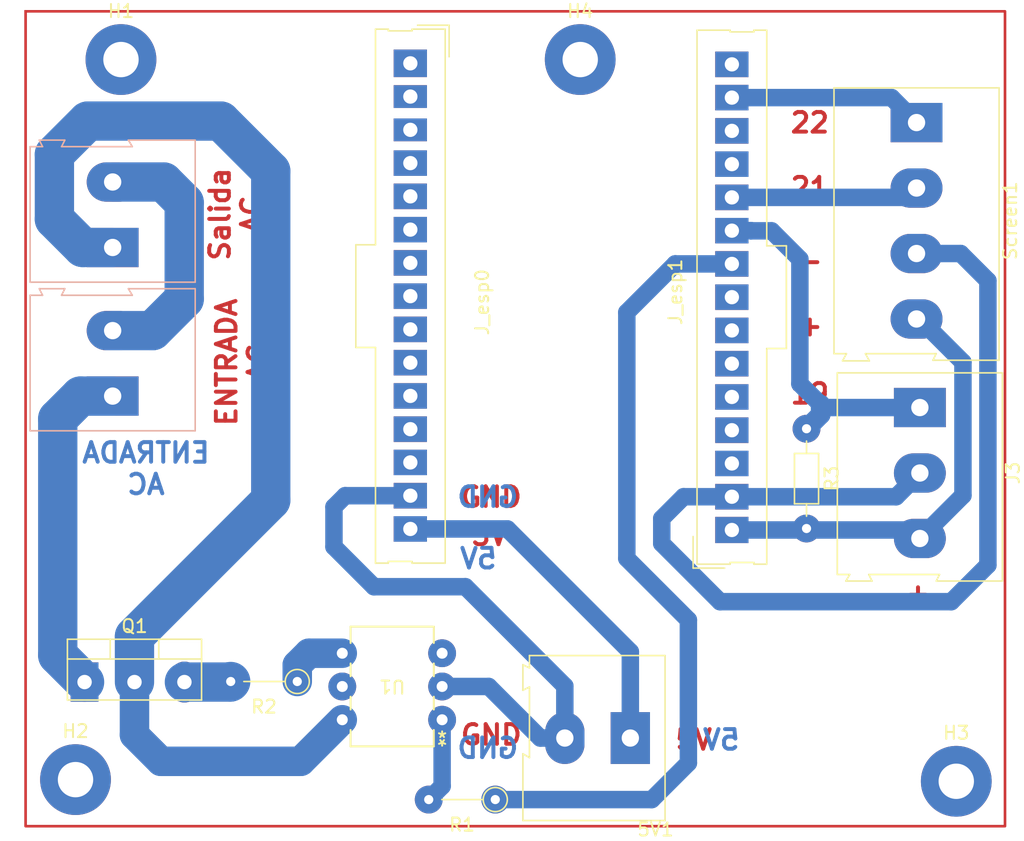
<source format=kicad_pcb>
(kicad_pcb (version 20221018) (generator pcbnew)
  (layers (0 "F.Cu" signal) (31 "B.Cu" signal) (34 "B.Paste" user) (35 "F.Paste" user) (36 "B.SilkS" user "B.Silkscreen") (37 "F.SilkS" user "F.Silkscreen") (38 "B.Mask" user) (39 "F.Mask" user) (44 "Edge.Cuts" user))
  (net 0 "")
  (net 1 "5v")
  (net 2 "GND5V")
  (net 3 "Net-(Q1-G)")
  (net 4 "D22")
  (net 5 "EN")
  (net 6 "VP")
  (net 7 "VN")
  (net 8 "D34")
  (net 9 "D35")
  (net 10 "D32")
  (net 11 "D33")
  (net 12 "D25")
  (net 13 "D26")
  (net 14 "D27")
  (net 15 "D14")
  (net 16 "D12")
  (net 17 "D13")
  (net 18 "3V3")
  (net 19 "GND2")
  (net 20 "D15")
  (net 21 "D2")
  (net 22 "D4")
  (net 23 "RX2")
  (net 24 "TX2")
  (net 25 "D5")
  (net 26 "D18")
  (net 27 "D19")
  (net 28 "D21")
  (net 29 "RX0")
  (net 30 "TX0")
  (net 31 "D23")
  (net 32 "Net-(R1-Pad2)")
  (net 33 "Net-(R2-Pad1)")
  (net 36 "AC1_IN")
  (net 37 "AC2_IN")
  (net 38 "Net-(J_AC_LOAD1-Pin_1)")
  (footprint "TerminalBlock:TerminalBlock_Altech_AK300-4_P5.00mm" (layer "F.Cu") (at 219.979 57.39 -90)
    (fp_text reference "Screen1" (at 7.5 -7.15 90) (layer "F.SilkS"))
    (fp_text value "Screw_Terminal_01x04")
    (fp_line (start -2.65 -6.3) (end 18.15 -6.3) (stroke (width 0.12)) (layer "F.SilkS"))
    (fp_line (start -2.65 6.3) (end -2.65 -6.3) (stroke (width 0.12)) (layer "F.SilkS"))
    (fp_line (start 17.65 -1.5) (end 17.65 3.9) (stroke (width 0.12)) (layer "F.SilkS"))
    (fp_line (start 17.65 3.9) (end 18.2 3.6) (stroke (width 0.12)) (layer "F.SilkS"))
    (fp_line (start 17.65 5.35) (end 17.65 6.3) (stroke (width 0.12)) (layer "F.SilkS"))
    (fp_line (start 17.65 6.3) (end -2.65 6.3) (stroke (width 0.12)) (layer "F.SilkS"))
    (fp_line (start 18.15 -6.3) (end 18.15 -1.25) (stroke (width 0.12)) (layer "F.SilkS"))
    (fp_line (start 18.15 -1.25) (end 17.65 -1.5) (stroke (width 0.12)) (layer "F.SilkS"))
    (fp_line (start 18.2 3.6) (end 18.2 5.65) (stroke (width 0.12)) (layer "F.SilkS"))
    (fp_line (start 18.2 5.65) (end 17.65 5.35) (stroke (width 0.12)) (layer "F.SilkS"))
    (pad "1" thru_hole rect (at 0 0 270) (size 3 3.96) (drill 1.32) (layers "*.Cu" "*.Mask") (net 4 "D22"))
    (pad "2" thru_hole oval (at 5 0 270) (size 3 3.96) (drill 1.32) (layers "*.Cu" "*.Mask") (net 28 "D21"))
    (pad "3" thru_hole oval (at 10 0 270) (size 3 3.96) (drill 1.32) (layers "*.Cu" "*.Mask") (net 19 "GND2"))
    (pad "4" thru_hole oval (at 15 0 270) (size 3 3.96) (drill 1.32) (layers "*.Cu" "*.Mask") (net 18 "3V3"))
  )
  (footprint "Resistor_THT:R_Axial_DIN0204_L3.6mm_D1.6mm_P7.62mm_Horizontal" (layer "F.Cu") (at 211.582 80.772 -90)
    (fp_text reference "R3" (at 3.81 -1.92 90) (layer "F.SilkS"))
    (fp_text value "4.7k_0603")
    (fp_line (start 0.94 0) (end 1.89 0) (stroke (width 0.12)) (layer "F.SilkS"))
    (fp_line (start 1.89 -0.92) (end 1.89 0.92) (stroke (width 0.12)) (layer "F.SilkS"))
    (fp_line (start 1.89 0.92) (end 5.73 0.92) (stroke (width 0.12)) (layer "F.SilkS"))
    (fp_line (start 5.73 -0.92) (end 1.89 -0.92) (stroke (width 0.12)) (layer "F.SilkS"))
    (fp_line (start 5.73 0.92) (end 5.73 -0.92) (stroke (width 0.12)) (layer "F.SilkS"))
    (fp_line (start 6.68 0) (end 5.73 0) (stroke (width 0.12)) (layer "F.SilkS"))
    (pad "1" thru_hole circle (at 0 0 270) (size 2.125 2.125) (drill 0.7) (layers "*.Cu" "*.Mask") (net 27 "D19"))
    (pad "2" thru_hole oval (at 7.62 0 270) (size 2.125 2.125) (drill 0.7) (layers "*.Cu" "*.Mask") (net 18 "3V3"))
  )
  (footprint "TerminalBlock:TerminalBlock_Altech_AK300-3_P5.00mm" (layer "F.Cu") (at 220.233 79.154 -90)
    (fp_text reference "J3" (at 5 -7.1 90) (layer "F.SilkS"))
    (fp_text value "Screw_Terminal_01x03")
    (fp_line (start -2.65 -6.3) (end -2.65 6.3) (stroke (width 0.12)) (layer "F.SilkS"))
    (fp_line (start -2.65 6.3) (end 12.75 6.3) (stroke (width 0.12)) (layer "F.SilkS"))
    (fp_line (start 12.75 -1.5) (end 13.25 -1.25) (stroke (width 0.12)) (layer "F.SilkS"))
    (fp_line (start 12.75 3.9) (end 12.75 -1.5) (stroke (width 0.12)) (layer "F.SilkS"))
    (fp_line (start 12.75 5.35) (end 13.25 5.65) (stroke (width 0.12)) (layer "F.SilkS"))
    (fp_line (start 12.75 6.3) (end 12.75 5.35) (stroke (width 0.12)) (layer "F.SilkS"))
    (fp_line (start 13.25 -6.3) (end -2.65 -6.3) (stroke (width 0.12)) (layer "F.SilkS"))
    (fp_line (start 13.25 -1.25) (end 13.25 -6.3) (stroke (width 0.12)) (layer "F.SilkS"))
    (fp_line (start 13.25 3.65) (end 12.75 3.9) (stroke (width 0.12)) (layer "F.SilkS"))
    (fp_line (start 13.25 5.65) (end 13.25 3.65) (stroke (width 0.12)) (layer "F.SilkS"))
    (pad "1" thru_hole rect (at 0 0 270) (size 3 3.96) (drill 1.32) (layers "*.Cu" "*.Mask") (net 27 "D19"))
    (pad "2" thru_hole oval (at 5 0 270) (size 3 3.96) (drill 1.32) (layers "*.Cu" "*.Mask") (net 19 "GND2"))
    (pad "3" thru_hole oval (at 10 0 270) (size 3 3.96) (drill 1.32) (layers "*.Cu" "*.Mask") (net 18 "3V3"))
  )
  (footprint "MountingHole:MountingHole_2.7mm_M2.5_Pad" (layer "F.Cu") (at 159.258 52.578)
    (fp_text reference "H1" (at 0 -3.7) (layer "F.SilkS"))
    (fp_text value "MountingHole")
    (pad "1" thru_hole circle (at 0 0) (size 5.4 5.4) (drill 2.7) (layers "*.Cu" "*.Mask"))
  )
  (footprint "MountingHole:MountingHole_2.7mm_M2.5_Pad" (layer "F.Cu") (at 223.012 107.696)
    (fp_text reference "H3" (at 0 -3.7) (layer "F.SilkS"))
    (fp_text value "MountingHole")
    (pad "1" thru_hole circle (at 0 0) (size 5.4 5.4) (drill 2.7) (layers "*.Cu" "*.Mask"))
  )
  (footprint "esp32:Connector_Molex_Molex_SL_171971-0015_1x15_P2.54mm_Vertical_squares" (layer "F.Cu") (at 189.49404 71.1058 -90)
    (fp_text reference "J_esp0" (at 0 2.6675 90 unlocked) (layer "F.SilkS"))
    (fp_text value "Conn_01x15_Female")
    (fp_line (start -21.15 5.19) (end -18.74 5.19) (stroke (width 0.12)) (layer "F.SilkS"))
    (fp_line (start -21.15 7.6) (end -21.15 5.19) (stroke (width 0.12)) (layer "F.SilkS"))
    (fp_line (start -20.85 5.49) (end -20.85 8.02) (stroke (width 0.12)) (layer "F.SilkS"))
    (fp_line (start -20.85 8.02) (end -20.72 8.02) (stroke (width 0.12)) (layer "F.SilkS"))
    (fp_line (start -20.85 9.83) (end -20.85 10.81) (stroke (width 0.12)) (layer "F.SilkS"))
    (fp_line (start -20.85 10.81) (end -4.38 10.81) (stroke (width 0.12)) (layer "F.SilkS"))
    (fp_line (start -20.72 8.02) (end -20.72 9.83) (stroke (width 0.12)) (layer "F.SilkS"))
    (fp_line (start -20.72 9.83) (end -20.85 9.83) (stroke (width 0.12)) (layer "F.SilkS"))
    (fp_line (start -4.38 10.81) (end -4.38 12.31) (stroke (width 0.12)) (layer "F.SilkS"))
    (fp_line (start -4.38 12.31) (end 3.46 12.31) (stroke (width 0.12)) (layer "F.SilkS"))
    (fp_line (start 3.46 10.81) (end 19.93 10.81) (stroke (width 0.12)) (layer "F.SilkS"))
    (fp_line (start 3.46 12.31) (end 3.46 10.81) (stroke (width 0.12)) (layer "F.SilkS"))
    (fp_line (start 19.8 8.02) (end 19.93 8.02) (stroke (width 0.12)) (layer "F.SilkS"))
    (fp_line (start 19.8 9.83) (end 19.8 8.02) (stroke (width 0.12)) (layer "F.SilkS"))
    (fp_line (start 19.93 5.49) (end -20.85 5.49) (stroke (width 0.12)) (layer "F.SilkS"))
    (fp_line (start 19.93 8.02) (end 19.93 5.49) (stroke (width 0.12)) (layer "F.SilkS"))
    (fp_line (start 19.93 9.83) (end 19.8 9.83) (stroke (width 0.12)) (layer "F.SilkS"))
    (fp_line (start 19.93 10.81) (end 19.93 9.83) (stroke (width 0.12)) (layer "F.SilkS"))
    (pad "1" thru_hole rect (at -18.24 8.15 270) (size 2.1 2.54) (drill 1.09) (layers "*.Cu" "*.Mask") (net 5 "EN"))
    (pad "2" thru_hole rect (at -15.7 8.15 270) (size 1.74 2.54) (drill 1.09) (layers "*.Cu" "*.Mask") (net 6 "VP"))
    (pad "3" thru_hole rect (at -13.16 8.15 270) (size 1.74 2.54) (drill 1.09) (layers "*.Cu" "*.Mask") (net 7 "VN"))
    (pad "4" thru_hole rect (at -10.62 8.15 270) (size 1.95 2.54) (drill 1.09) (layers "*.Cu" "*.Mask") (net 8 "D34"))
    (pad "5" thru_hole rect (at -8.08 8.15 270) (size 1.95 2.54) (drill 1.09) (layers "*.Cu" "*.Mask") (net 9 "D35"))
    (pad "6" thru_hole rect (at -5.54 8.15 270) (size 1.95 2.54) (drill 1.09) (layers "*.Cu" "*.Mask") (net 10 "D32"))
    (pad "7" thru_hole rect (at -3 8.15 270) (size 1.95 2.54) (drill 1.09) (layers "*.Cu" "*.Mask") (net 11 "D33"))
    (pad "8" thru_hole rect (at -0.46 8.15 270) (size 1.95 2.54) (drill 1.09) (layers "*.Cu" "*.Mask") (net 12 "D25"))
    (pad "9" thru_hole rect (at 2.08 8.15 270) (size 1.95 2.54) (drill 1.09) (layers "*.Cu" "*.Mask") (net 13 "D26"))
    (pad "10" thru_hole rect (at 4.62 8.15 270) (size 1.95 2.54) (drill 1.09) (layers "*.Cu" "*.Mask") (net 14 "D27"))
    (pad "11" thru_hole rect (at 7.16 8.15 270) (size 1.95 2.54) (drill 1.09) (layers "*.Cu" "*.Mask") (net 15 "D14"))
    (pad "12" thru_hole rect (at 9.7 8.15 270) (size 1.95 2.54) (drill 1.09) (layers "*.Cu" "*.Mask") (net 16 "D12"))
    (pad "13" thru_hole rect (at 12.24 8.15 270) (size 1.95 2.54) (drill 1.09) (layers "*.Cu" "*.Mask") (net 17 "D13"))
    (pad "14" thru_hole rect (at 14.78 8.15 270) (size 1.95 2.54) (drill 1.09) (layers "*.Cu" "*.Mask") (net 2 "GND5V"))
    (pad "15" thru_hole rect (at 17.32 8.15 270) (size 1.95 2.54) (drill 1.09) (layers "*.Cu" "*.Mask") (net 1 "5v"))
  )
  (footprint "esp32:Connector_Molex_Molex_SL_171971-0015_1x15_P2.54mm_Vertical_squares" (layer "F.Cu") (at 197.73454 70.2648 90)
    (fp_text reference "J_esp1" (at -0.06 3.8375 90 unlocked) (layer "F.SilkS"))
    (fp_text value "Conn_01x15_Female")
    (fp_line (start -21.15 5.19) (end -18.74 5.19) (stroke (width 0.12)) (layer "F.SilkS"))
    (fp_line (start -21.15 7.6) (end -21.15 5.19) (stroke (width 0.12)) (layer "F.SilkS"))
    (fp_line (start -20.85 5.49) (end -20.85 8.02) (stroke (width 0.12)) (layer "F.SilkS"))
    (fp_line (start -20.85 8.02) (end -20.72 8.02) (stroke (width 0.12)) (layer "F.SilkS"))
    (fp_line (start -20.85 9.83) (end -20.85 10.81) (stroke (width 0.12)) (layer "F.SilkS"))
    (fp_line (start -20.85 10.81) (end -4.38 10.81) (stroke (width 0.12)) (layer "F.SilkS"))
    (fp_line (start -20.72 8.02) (end -20.72 9.83) (stroke (width 0.12)) (layer "F.SilkS"))
    (fp_line (start -20.72 9.83) (end -20.85 9.83) (stroke (width 0.12)) (layer "F.SilkS"))
    (fp_line (start -4.38 10.81) (end -4.38 12.31) (stroke (width 0.12)) (layer "F.SilkS"))
    (fp_line (start -4.38 12.31) (end 3.46 12.31) (stroke (width 0.12)) (layer "F.SilkS"))
    (fp_line (start 3.46 10.81) (end 19.93 10.81) (stroke (width 0.12)) (layer "F.SilkS"))
    (fp_line (start 3.46 12.31) (end 3.46 10.81) (stroke (width 0.12)) (layer "F.SilkS"))
    (fp_line (start 19.8 8.02) (end 19.93 8.02) (stroke (width 0.12)) (layer "F.SilkS"))
    (fp_line (start 19.8 9.83) (end 19.8 8.02) (stroke (width 0.12)) (layer "F.SilkS"))
    (fp_line (start 19.93 5.49) (end -20.85 5.49) (stroke (width 0.12)) (layer "F.SilkS"))
    (fp_line (start 19.93 8.02) (end 19.93 5.49) (stroke (width 0.12)) (layer "F.SilkS"))
    (fp_line (start 19.93 9.83) (end 19.8 9.83) (stroke (width 0.12)) (layer "F.SilkS"))
    (fp_line (start 19.93 10.81) (end 19.93 9.83) (stroke (width 0.12)) (layer "F.SilkS"))
    (pad "1" thru_hole rect (at -18.24 8.15 90) (size 2 2.54) (drill 1.09) (layers "*.Cu" "*.Mask") (net 18 "3V3"))
    (pad "2" thru_hole rect (at -15.7 8.15 90) (size 1.95 2.54) (drill 1.09) (layers "*.Cu" "*.Mask") (net 19 "GND2"))
    (pad "3" thru_hole rect (at -13.16 8.15 90) (size 1.95 2.54) (drill 1.09) (layers "*.Cu" "*.Mask") (net 20 "D15"))
    (pad "4" thru_hole rect (at -10.62 8.15 90) (size 1.95 2.54) (drill 1.09) (layers "*.Cu" "*.Mask") (net 21 "D2"))
    (pad "5" thru_hole rect (at -8.08 8.15 90) (size 1.95 2.54) (drill 1.09) (layers "*.Cu" "*.Mask") (net 22 "D4"))
    (pad "6" thru_hole rect (at -5.54 8.15 90) (size 1.95 2.54) (drill 1.09) (layers "*.Cu" "*.Mask") (net 23 "RX2"))
    (pad "7" thru_hole rect (at -3 8.15 90) (size 1.95 2.54) (drill 1.09) (layers "*.Cu" "*.Mask") (net 24 "TX2"))
    (pad "8" thru_hole rect (at -0.46 8.15 90) (size 1.95 2.54) (drill 1.09) (layers "*.Cu" "*.Mask") (net 25 "D5"))
    (pad "9" thru_hole rect (at 2.08 8.15 90) (size 1.95 2.54) (drill 1.09) (layers "*.Cu" "*.Mask") (net 26 "D18"))
    (pad "10" thru_hole rect (at 4.62 8.15 90) (size 1.95 2.54) (drill 1.09) (layers "*.Cu" "*.Mask") (net 27 "D19"))
    (pad "11" thru_hole rect (at 7.16 8.15 90) (size 1.95 2.54) (drill 1.09) (layers "*.Cu" "*.Mask") (net 28 "D21"))
    (pad "12" thru_hole rect (at 9.7 8.15 90) (size 1.95 2.54) (drill 1.09) (layers "*.Cu" "*.Mask") (net 29 "RX0"))
    (pad "13" thru_hole rect (at 12.24 8.15 90) (size 1.95 2.54) (drill 1.09) (layers "*.Cu" "*.Mask") (net 30 "TX0"))
    (pad "14" thru_hole rect (at 14.78 8.15 90) (size 1.95 2.54) (drill 1.09) (layers "*.Cu" "*.Mask") (net 4 "D22"))
    (pad "15" thru_hole rect (at 17.32 8.15 90) (size 1.95 2.54) (drill 1.09) (layers "*.Cu" "*.Mask") (net 31 "D23"))
  )
  (footprint "MountingHole:MountingHole_2.7mm_M2.5_Pad" (layer "F.Cu") (at 155.78824 107.569)
    (fp_text reference "H2" (at 0 -3.7) (layer "F.SilkS"))
    (fp_text value "MountingHole")
    (pad "1" thru_hole circle (at 0 0) (size 5.4 5.4) (drill 2.7) (layers "*.Cu" "*.Mask"))
  )
  (footprint "MountingHole:MountingHole_2.7mm_M2.5_Pad" (layer "F.Cu") (at 194.31 52.578)
    (fp_text reference "H4" (at 0 -3.7) (layer "F.SilkS"))
    (fp_text value "MountingHole")
    (pad "1" thru_hole circle (at 0 0) (size 5.4 5.4) (drill 2.7) (layers "*.Cu" "*.Mask"))
  )
  (footprint "Package_TO_SOT_THT:TO-220-3_Vertical" (layer "F.Cu") (at 157.749 100.11825)
    (fp_text reference "Q1" (at 2.54 -4.27) (layer "F.SilkS"))
    (fp_text value "BT136-500")
    (fp_line (start -2.58 -3.27) (end -2.58 1.371) (stroke (width 0.12)) (layer "F.SilkS"))
    (fp_line (start -2.58 -3.27) (end 7.66 -3.27) (stroke (width 0.12)) (layer "F.SilkS"))
    (fp_line (start -2.58 -1.76) (end 7.66 -1.76) (stroke (width 0.12)) (layer "F.SilkS"))
    (fp_line (start -2.58 1.371) (end 7.66 1.371) (stroke (width 0.12)) (layer "F.SilkS"))
    (fp_line (start 0.69 -3.27) (end 0.69 -1.76) (stroke (width 0.12)) (layer "F.SilkS"))
    (fp_line (start 4.391 -3.27) (end 4.391 -1.76) (stroke (width 0.12)) (layer "F.SilkS"))
    (fp_line (start 7.66 -3.27) (end 7.66 1.371) (stroke (width 0.12)) (layer "F.SilkS"))
    (pad "1" thru_hole rect (at -1.27 0) (size 2.125 3) (drill 1.1) (layers "*.Cu" "*.Mask") (net 36 "AC1_IN"))
    (pad "2" thru_hole oval (at 2.54 0) (size 2.125 3.125) (drill 1.1) (layers "*.Cu" "*.Mask") (net 38 "Net-(J_AC_LOAD1-Pin_1)"))
    (pad "3" thru_hole oval (at 6.35 0) (size 2.125 3.125) (drill 1.1) (layers "*.Cu" "*.Mask") (net 3 "Net-(Q1-G)"))
  )
  (footprint "TerminalBlock:TerminalBlock_Altech_AK300-2_P5.00mm" (layer "F.Cu") (at 198.135 104.394 180)
    (fp_text reference "5V1" (at -1.92 -6.99) (layer "F.SilkS"))
    (fp_text value "Screw_Terminal_01x02")
    (fp_line (start -2.65 -6.3) (end -2.65 6.3) (stroke (width 0.12)) (layer "F.SilkS"))
    (fp_line (start -2.65 6.3) (end 7.7 6.3) (stroke (width 0.12)) (layer "F.SilkS"))
    (fp_line (start 7.7 -1.5) (end 8.2 -1.2) (stroke (width 0.12)) (layer "F.SilkS"))
    (fp_line (start 7.7 3.9) (end 7.7 -1.5) (stroke (width 0.12)) (layer "F.SilkS"))
    (fp_line (start 7.7 5.35) (end 8.2 5.6) (stroke (width 0.12)) (layer "F.SilkS"))
    (fp_line (start 7.7 6.3) (end 7.7 5.35) (stroke (width 0.12)) (layer "F.SilkS"))
    (fp_line (start 8.2 -6.3) (end -2.65 -6.3) (stroke (width 0.12)) (layer "F.SilkS"))
    (fp_line (start 8.2 -1.2) (end 8.2 -6.3) (stroke (width 0.12)) (layer "F.SilkS"))
    (fp_line (start 8.2 3.65) (end 7.7 3.9) (stroke (width 0.12)) (layer "F.SilkS"))
    (fp_line (start 8.2 3.7) (end 8.2 3.65) (stroke (width 0.12)) (layer "F.SilkS"))
    (fp_line (start 8.2 5.6) (end 8.2 3.7) (stroke (width 0.12)) (layer "F.SilkS"))
    (pad "1" thru_hole rect (at 0 0 180) (size 3 3.96) (drill 1.32) (layers "*.Cu" "*.Mask") (net 1 "5v"))
    (pad "2" thru_hole oval (at 5 0 180) (size 3 3.96) (drill 1.32) (layers "*.Cu" "*.Mask") (net 2 "GND5V"))
  )
  (footprint "Resistor_THT:R_Axial_DIN0204_L3.6mm_D1.6mm_P5.08mm_Vertical" (layer "F.Cu") (at 172.71375 100.076 180)
    (fp_text reference "R2" (at 2.54 -1.92) (layer "F.SilkS"))
    (fp_text value "470")
    (fp_line (start 0.92 0) (end 4.08 0) (stroke (width 0.12)) (layer "F.SilkS"))
    (fp_circle (center 0 0) (end 0.92 0) (stroke (width 0.12)) (fill none) (layer "F.SilkS"))
    (pad "1" thru_hole circle (at 0 0 180) (size 2.125 2.125) (drill 0.7) (layers "*.Cu" "*.Mask") (net 33 "Net-(R2-Pad1)"))
    (pad "2" thru_hole oval (at 5.08 0 180) (size 2.125 2.125) (drill 0.7) (layers "*.Cu" "*.Mask") (net 3 "Net-(Q1-G)"))
  )
  (footprint "esp32:PDIP6_6P6X8P89_ONS" (layer "F.Cu") (at 183.769 102.997 180)
    (fp_text reference "U1" (at 3.81 2.54 180 unlocked) (layer "F.SilkS"))
    (fp_text value "MOC3041M")
    (fp_text user "*" (at 0 -1.4351 180 unlocked) (layer "F.SilkS"))
    (fp_text user "*" (at 0 -1.4351) (layer "F.SilkS"))
    (fp_line (start 0.632999 -2.032) (end 0.632999 -0.781682) (stroke (width 0.1524)) (layer "F.SilkS"))
    (fp_line (start 0.632999 0.781682) (end 0.632999 1.758318) (stroke (width 0.1524)) (layer "F.SilkS"))
    (fp_line (start 0.632999 3.321682) (end 0.632999 4.298318) (stroke (width 0.1524)) (layer "F.SilkS"))
    (fp_line (start 0.632999 5.861682) (end 0.632999 7.112) (stroke (width 0.1524)) (layer "F.SilkS"))
    (fp_line (start 0.632999 7.112) (end 6.987001 7.112) (stroke (width 0.1524)) (layer "F.SilkS"))
    (fp_line (start 6.987001 -2.032) (end 0.632999 -2.032) (stroke (width 0.1524)) (layer "F.SilkS"))
    (fp_line (start 6.987001 -0.781682) (end 6.987001 -2.032) (stroke (width 0.1524)) (layer "F.SilkS"))
    (fp_line (start 6.987001 1.758318) (end 6.987001 0.781682) (stroke (width 0.1524)) (layer "F.SilkS"))
    (fp_line (start 6.987001 4.298318) (end 6.987001 3.321682) (stroke (width 0.1524)) (layer "F.SilkS"))
    (fp_line (start 6.987001 7.112) (end 6.987001 5.861682) (stroke (width 0.1524)) (layer "F.SilkS"))
    (pad "1" thru_hole circle (at 0 0 180) (size 2.125 2.125) (drill 0.8382) (layers "*.Cu" "*.Mask") (net 32 "Net-(R1-Pad2)"))
    (pad "2" thru_hole circle (at 0 2.54 180) (size 2.125 2.125) (drill 0.8382) (layers "*.Cu" "*.Mask") (net 2 "GND5V"))
    (pad "3" thru_hole circle (at 0 5.08 180) (size 2.125 2.125) (drill 0.8382) (layers "*.Cu" "*.Mask"))
    (pad "4" thru_hole circle (at 7.62 5.08 180) (size 2.125 2.125) (drill 0.8382) (layers "*.Cu" "*.Mask") (net 33 "Net-(R2-Pad1)"))
    (pad "5" thru_hole circle (at 7.62 2.54 180) (size 2.125 2.125) (drill 0.8382) (layers "*.Cu" "*.Mask"))
    (pad "6" thru_hole circle (at 7.62 0 180) (size 2.125 2.125) (drill 0.8382) (layers "*.Cu" "*.Mask") (net 38 "Net-(J_AC_LOAD1-Pin_1)"))
  )
  (footprint "Resistor_THT:R_Axial_DIN0204_L3.6mm_D1.6mm_P5.08mm_Vertical" (layer "F.Cu") (at 187.82675 109.093 180)
    (fp_text reference "R1" (at 2.54 -1.92) (layer "F.SilkS"))
    (fp_text value "470")
    (fp_line (start 0.92 0) (end 4.08 0) (stroke (width 0.12)) (layer "F.SilkS"))
    (fp_circle (center 0 0) (end 0.92 0) (stroke (width 0.12)) (fill none) (layer "F.SilkS"))
    (pad "1" thru_hole circle (at 0 0 180) (size 2.125 2.125) (drill 0.7) (layers "*.Cu" "*.Mask") (net 26 "D18"))
    (pad "2" thru_hole oval (at 5.08 0 180) (size 2.125 2.125) (drill 0.7) (layers "*.Cu" "*.Mask") (net 32 "Net-(R1-Pad2)"))
  )
  (footprint "TerminalBlock:TerminalBlock_Altech_AK300-2_P5.00mm" (layer "B.Cu") (at 158.623 78.279 90)
    (fp_text reference "J_AC_INPUT1" hide)
    (fp_text value "Screw_Terminal_01x02")
    (fp_line (start -2.65 -6.3) (end 7.7 -6.3) (stroke (width 0.12)) (layer "B.SilkS"))
    (fp_line (start -2.65 6.3) (end -2.65 -6.3) (stroke (width 0.12)) (layer "B.SilkS"))
    (fp_line (start 7.7 -6.3) (end 7.7 -5.35) (stroke (width 0.12)) (layer "B.SilkS"))
    (fp_line (start 7.7 -5.35) (end 8.2 -5.6) (stroke (width 0.12)) (layer "B.SilkS"))
    (fp_line (start 7.7 -3.9) (end 7.7 1.5) (stroke (width 0.12)) (layer "B.SilkS"))
    (fp_line (start 7.7 1.5) (end 8.2 1.2) (stroke (width 0.12)) (layer "B.SilkS"))
    (fp_line (start 8.2 -5.6) (end 8.2 -3.7) (stroke (width 0.12)) (layer "B.SilkS"))
    (fp_line (start 8.2 -3.7) (end 8.2 -3.65) (stroke (width 0.12)) (layer "B.SilkS"))
    (fp_line (start 8.2 -3.65) (end 7.7 -3.9) (stroke (width 0.12)) (layer "B.SilkS"))
    (fp_line (start 8.2 1.2) (end 8.2 6.3) (stroke (width 0.12)) (layer "B.SilkS"))
    (fp_line (start 8.2 6.3) (end -2.65 6.3) (stroke (width 0.12)) (layer "B.SilkS"))
    (pad "1" thru_hole rect (at 0 0 90) (size 3 3.96) (drill 1.32) (layers "*.Cu" "*.Mask") (net 36 "AC1_IN"))
    (pad "2" thru_hole oval (at 5 0 90) (size 3 3.96) (drill 1.32) (layers "*.Cu" "*.Mask") (net 37 "AC2_IN"))
  )
  (footprint "TerminalBlock:TerminalBlock_Altech_AK300-2_P5.00mm" (layer "B.Cu") (at 158.623 66.929 90)
    (fp_text reference "J_AC_LOAD1" hide)
    (fp_text value "Screw_Terminal_01x02")
    (fp_line (start -2.65 -6.3) (end 7.7 -6.3) (stroke (width 0.12)) (layer "B.SilkS"))
    (fp_line (start -2.65 6.3) (end -2.65 -6.3) (stroke (width 0.12)) (layer "B.SilkS"))
    (fp_line (start 7.7 -6.3) (end 7.7 -5.35) (stroke (width 0.12)) (layer "B.SilkS"))
    (fp_line (start 7.7 -5.35) (end 8.2 -5.6) (stroke (width 0.12)) (layer "B.SilkS"))
    (fp_line (start 7.7 -3.9) (end 7.7 1.5) (stroke (width 0.12)) (layer "B.SilkS"))
    (fp_line (start 7.7 1.5) (end 8.2 1.2) (stroke (width 0.12)) (layer "B.SilkS"))
    (fp_line (start 8.2 -5.6) (end 8.2 -3.7) (stroke (width 0.12)) (layer "B.SilkS"))
    (fp_line (start 8.2 -3.7) (end 8.2 -3.65) (stroke (width 0.12)) (layer "B.SilkS"))
    (fp_line (start 8.2 -3.65) (end 7.7 -3.9) (stroke (width 0.12)) (layer "B.SilkS"))
    (fp_line (start 8.2 1.2) (end 8.2 6.3) (stroke (width 0.12)) (layer "B.SilkS"))
    (fp_line (start 8.2 6.3) (end -2.65 6.3) (stroke (width 0.12)) (layer "B.SilkS"))
    (pad "1" thru_hole rect (at 0 0 90) (size 3 3.96) (drill 1.32) (layers "*.Cu" "*.Mask") (net 38 "Net-(J_AC_LOAD1-Pin_1)"))
    (pad "2" thru_hole oval (at 5 0 90) (size 3 3.96) (drill 1.32) (layers "*.Cu" "*.Mask") (net 37 "AC2_IN"))
  )
  (gr_rect (start 151.97824 48.895) (end 226.73044 111.125) (stroke (width 0.2)) (fill none) (layer "F.Cu"))
  (gr_text "5V" (at 185.801 89.789) (layer "F.Cu") (effects (font (size 1.5 1.5) (thickness 0.3) bold) (justify left bottom)))
  (gr_text "+" (at 211.836 72.898) (layer "F.Cu") (effects (font (size 1.5 1.5) (thickness 0.3) bold)))
  (gr_text "22" (at 211.836 57.404) (layer "F.Cu") (effects (font (size 1.5 1.5) (thickness 0.3) bold)))
  (gr_text "GND" (at 185.039 86.868) (layer "F.Cu") (effects (font (size 1.5 1.5) (thickness 0.3) bold) (justify left bottom)))
  (gr_text "+" (at 220.091 93.345) (layer "F.Cu") (effects (font (size 1.5 1.5) (thickness 0.3) bold)))
  (gr_text "5V" (at 201.422 105.41) (layer "F.Cu") (effects (font (size 1.5 1.5) (thickness 0.3) bold) (justify left bottom)))
  (gr_text "ENTRADA\nAC" (at 168.529 75.692 90) (layer "F.Cu") (effects (font (size 1.5 1.5) (thickness 0.3) bold)))
  (gr_text "19" (at 211.836 78.105) (layer "F.Cu") (effects (font (size 1.5 1.5) (thickness 0.3) bold)))
  (gr_text "GND" (at 185.039 105.029) (layer "F.Cu") (effects (font (size 1.5 1.5) (thickness 0.3) bold) (justify left bottom)))
  (gr_text "21" (at 211.836 62.357) (layer "F.Cu") (effects (font (size 1.5 1.5) (thickness 0.3) bold)))
  (gr_text "Salida\nAC" (at 168.021 64.389 90) (layer "F.Cu") (effects (font (size 1.5 1.5) (thickness 0.3) bold)))
  (gr_text "-" (at 211.836 67.945) (layer "F.Cu") (effects (font (size 1.5 1.5) (thickness 0.3) bold)))
  (gr_text "ENTRADA\nAC" (at 161.163 83.82) (layer "B.Cu") (effects (font (size 1.5 1.5) (thickness 0.3) bold) (justify mirror)))
  (gr_text "GND" (at 189.738 106.045) (layer "B.Cu") (effects (font (size 1.5 1.5) (thickness 0.3) bold) (justify left bottom mirror)))
  (gr_text "GND" (at 189.738 86.868) (layer "B.Cu") (effects (font (size 1.5 1.5) (thickness 0.3) bold) (justify left bottom mirror)))
  (gr_text "5V" (at 188.087 91.567) (layer "B.Cu") (effects (font (size 1.5 1.5) (thickness 0.3) bold) (justify left bottom mirror)))
  (gr_text "5V" (at 206.629 105.41) (layer "B.Cu") (effects (font (size 1.5 1.5) (thickness 0.3) bold) (justify left bottom mirror)))
  (segment (start 198.135 97.805) (end 188.7558 88.4258) (width 1.333) (layer "B.Cu") (net 1))
  (segment (start 188.7558 88.4258) (end 181.34404 88.4258) (width 1.333) (layer "B.Cu") (net 1))
  (segment (start 198.135 104.394) (end 198.135 97.805) (width 1.333) (layer "B.Cu") (net 1))
  (segment (start 187.325 100.457) (end 183.769 100.457) (width 1.333) (layer "B.Cu") (net 2))
  (segment (start 178.562 92.837) (end 175.514 89.789) (width 1.333) (layer "B.Cu") (net 2))
  (segment (start 176.3692 85.8858) (end 181.34404 85.8858) (width 1.333) (layer "B.Cu") (net 2))
  (segment (start 175.514 86.741) (end 176.3692 85.8858) (width 1.333) (layer "B.Cu") (net 2))
  (segment (start 191.262 104.394) (end 187.325 100.457) (width 1.333) (layer "B.Cu") (net 2))
  (segment (start 193.135 104.394) (end 191.262 104.394) (width 1.333) (layer "B.Cu") (net 2))
  (segment (start 175.514 89.789) (end 175.514 86.741) (width 1.333) (layer "B.Cu") (net 2))
  (segment (start 193.135 104.394) (end 193.135 100.425) (width 1.333) (layer "B.Cu") (net 2))
  (segment (start 193.135 100.425) (end 185.547 92.837) (width 1.333) (layer "B.Cu") (net 2))
  (segment (start 185.547 92.837) (end 178.562 92.837) (width 1.333) (layer "B.Cu") (net 2))
  (segment (start 167.5915 100.11825) (end 167.63375 100.076) (width 3) (layer "B.Cu") (net 3))
  (segment (start 164.099 100.11825) (end 167.5915 100.11825) (width 3) (layer "B.Cu") (net 3))
  (segment (start 219.979 57.39) (end 218.0738 55.4848) (width 1.333) (layer "B.Cu") (net 4))
  (segment (start 218.0738 55.4848) (end 205.88454 55.4848) (width 1.333) (layer "B.Cu") (net 4))
  (segment (start 220.218 72.39) (end 223.52 75.692) (width 1.333) (layer "B.Cu") (net 18))
  (segment (start 205.88454 88.5048) (end 219.5838 88.5048) (width 1.333) (layer "B.Cu") (net 18))
  (segment (start 219.5838 88.5048) (end 220.233 89.154) (width 1.333) (layer "B.Cu") (net 18))
  (segment (start 219.979 72.39) (end 220.218 72.39) (width 1.333) (layer "B.Cu") (net 18))
  (segment (start 223.52 85.867) (end 220.233 89.154) (width 1.333) (layer "B.Cu") (net 18))
  (segment (start 223.52 75.692) (end 223.52 85.867) (width 1.333) (layer "B.Cu") (net 18))
  (segment (start 205.88454 85.9648) (end 218.4222 85.9648) (width 1.333) (layer "B.Cu") (net 19))
  (segment (start 225.425 69.469) (end 223.346 67.39) (width 1.333) (layer "B.Cu") (net 19))
  (segment (start 223.346 67.39) (end 219.979 67.39) (width 1.333) (layer "B.Cu") (net 19))
  (segment (start 202.1982 85.9648) (end 200.533 87.63) (width 1.333) (layer "B.Cu") (net 19))
  (segment (start 200.533 89.535) (end 204.978 93.98) (width 1.333) (layer "B.Cu") (net 19))
  (segment (start 204.978 93.98) (end 222.631 93.98) (width 1.333) (layer "B.Cu") (net 19))
  (segment (start 222.631 93.98) (end 225.425 91.186) (width 1.333) (layer "B.Cu") (net 19))
  (segment (start 218.4222 85.9648) (end 220.233 84.154) (width 1.333) (layer "B.Cu") (net 19))
  (segment (start 225.425 91.186) (end 225.425 69.469) (width 1.333) (layer "B.Cu") (net 19))
  (segment (start 205.88454 85.9648) (end 202.1982 85.9648) (width 1.333) (layer "B.Cu") (net 19))
  (segment (start 200.533 87.63) (end 200.533 89.535) (width 1.333) (layer "B.Cu") (net 19))
  (segment (start 187.82675 109.093) (end 199.771 109.093) (width 1.333) (layer "B.Cu") (net 26))
  (segment (start 202.565 95.377) (end 197.866 90.678) (width 1.333) (layer "B.Cu") (net 26))
  (segment (start 197.866 90.678) (end 197.866 71.882) (width 1.333) (layer "B.Cu") (net 26))
  (segment (start 201.549 68.199) (end 201.5632 68.1848) (width 1.333) (layer "B.Cu") (net 26))
  (segment (start 201.5632 68.1848) (end 205.88454 68.1848) (width 1.333) (layer "B.Cu") (net 26))
  (segment (start 202.565 106.299) (end 202.565 95.377) (width 1.333) (layer "B.Cu") (net 26))
  (segment (start 197.866 71.882) (end 201.5632 68.1848) (width 1.333) (layer "B.Cu") (net 26))
  (segment (start 199.771 109.093) (end 202.565 106.299) (width 1.333) (layer "B.Cu") (net 26))
  (segment (start 220.233 79.154) (end 219.243 79.154) (width 1.333) (layer "F.Cu") (net 27))
  (segment (start 219.243 79.154) (end 219.21 79.121) (width 1.333) (layer "F.Cu") (net 27))
  (segment (start 211.074 77.343) (end 212.6615 78.9305) (width 1.333) (layer "B.Cu") (net 27))
  (segment (start 212.6615 78.9305) (end 212.979 79.248) (width 1.333) (layer "B.Cu") (net 27))
  (segment (start 213.073 79.154) (end 220.233 79.154) (width 1.333) (layer "B.Cu") (net 27))
  (segment (start 212.979 79.248) (end 213.073 79.154) (width 1.333) (layer "B.Cu") (net 27))
  (segment (start 211.074 67.818) (end 211.074 77.343) (width 1.333) (layer "B.Cu") (net 27))
  (segment (start 208.915 65.659) (end 211.074 67.818) (width 1.333) (layer "B.Cu") (net 27))
  (segment (start 207.33674 65.659) (end 208.915 65.659) (width 1.333) (layer "B.Cu") (net 27))
  (segment (start 207.32254 65.6448) (end 207.33674 65.659) (width 1.333) (layer "B.Cu") (net 27))
  (segment (start 205.88454 65.6448) (end 207.32254 65.6448) (width 1.333) (layer "B.Cu") (net 27))
  (segment (start 212.6615 79.6925) (end 212.6615 78.9305) (width 1.5) (layer "B.Cu") (net 27))
  (segment (start 211.582 80.772) (end 212.6615 79.6925) (width 1.5) (layer "B.Cu") (net 27))
  (segment (start 205.89874 63.119) (end 205.88454 63.1048) (width 1.333) (layer "F.Cu") (net 28))
  (segment (start 205.88454 63.1048) (end 219.2642 63.1048) (width 1.333) (layer "B.Cu") (net 28))
  (segment (start 219.2642 63.1048) (end 219.979 62.39) (width 1.333) (layer "B.Cu") (net 28))
  (segment (start 183.769 102.997) (end 183.769 108.07075) (width 1.333) (layer "B.Cu") (net 32))
  (segment (start 183.769 108.07075) (end 182.74675 109.093) (width 1.333) (layer "B.Cu") (net 32))
  (segment (start 172.71375 98.81225) (end 172.71375 100.076) (width 2.25) (layer "B.Cu") (net 33))
  (segment (start 176.149 97.917) (end 173.609 97.917) (width 2.25) (layer "B.Cu") (net 33))
  (segment (start 173.609 97.917) (end 172.71375 98.81225) (width 2.25) (layer "B.Cu") (net 33))
  (segment (start 154.432 98.07125) (end 156.479 100.11825) (width 3) (layer "B.Cu") (net 36))
  (segment (start 158.623 78.279) (end 156.163 78.279) (width 3) (layer "B.Cu") (net 36))
  (segment (start 156.163 78.279) (end 154.432 80.01) (width 3) (layer "B.Cu") (net 36))
  (segment (start 154.432 80.01) (end 154.432 98.07125) (width 3) (layer "B.Cu") (net 36))
  (segment (start 158.623 73.279) (end 161.671 73.279) (width 3) (layer "B.Cu") (net 37))
  (segment (start 164.084 63.5) (end 162.513 61.929) (width 3) (layer "B.Cu") (net 37))
  (segment (start 164.084 70.866) (end 164.084 63.5) (width 3) (layer "B.Cu") (net 37))
  (segment (start 162.513 61.929) (end 158.623 61.929) (width 3) (layer "B.Cu") (net 37))
  (segment (start 161.671 73.279) (end 164.084 70.866) (width 3) (layer "B.Cu") (net 37))
  (segment (start 160.289 100.11825) (end 160.289 96.632) (width 3) (layer "B.Cu") (net 38))
  (segment (start 172.974 106.172) (end 162.306 106.172) (width 2.25) (layer "B.Cu") (net 38))
  (segment (start 170.688 61.087) (end 166.878 57.277) (width 3) (layer "B.Cu") (net 38))
  (segment (start 162.306 106.172) (end 160.289 104.155) (width 2.25) (layer "B.Cu") (net 38))
  (segment (start 176.149 102.997) (end 172.974 106.172) (width 2.25) (layer "B.Cu") (net 38))
  (segment (start 160.289 96.632) (end 170.688 86.233) (width 3) (layer "B.Cu") (net 38))
  (segment (start 156.337 66.929) (end 158.623 66.929) (width 3) (layer "B.Cu") (net 38))
  (segment (start 160.289 104.155) (end 160.289 100.11825) (width 2.25) (layer "B.Cu") (net 38))
  (segment (start 170.688 86.233) (end 170.688 61.087) (width 3) (layer "B.Cu") (net 38))
  (segment (start 154.178 59.817) (end 154.178 64.77) (width 3) (layer "B.Cu") (net 38))
  (segment (start 156.718 57.277) (end 154.178 59.817) (width 3) (layer "B.Cu") (net 38))
  (segment (start 166.878 57.277) (end 156.718 57.277) (width 3) (layer "B.Cu") (net 38))
  (segment (start 154.178 64.77) (end 156.337 66.929) (width 3) (layer "B.Cu") (net 38))
)
</source>
